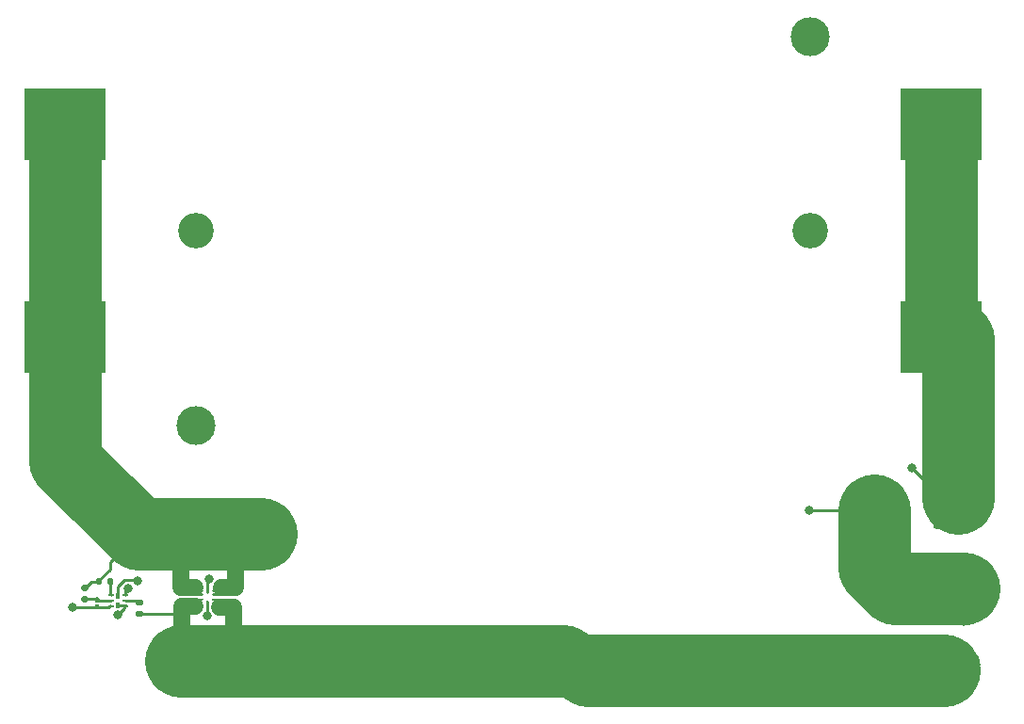
<source format=gtl>
G04 #@! TF.GenerationSoftware,KiCad,Pcbnew,(5.1.10)-1*
G04 #@! TF.CreationDate,2021-12-10T13:20:38-08:00*
G04 #@! TF.ProjectId,BQ298xyz,42513239-3878-4797-9a2e-6b696361645f,rev?*
G04 #@! TF.SameCoordinates,Original*
G04 #@! TF.FileFunction,Copper,L1,Top*
G04 #@! TF.FilePolarity,Positive*
%FSLAX46Y46*%
G04 Gerber Fmt 4.6, Leading zero omitted, Abs format (unit mm)*
G04 Created by KiCad (PCBNEW (5.1.10)-1) date 2021-12-10 13:20:38*
%MOMM*%
%LPD*%
G01*
G04 APERTURE LIST*
G04 #@! TA.AperFunction,SMDPad,CuDef*
%ADD10C,0.250000*%
G04 #@! TD*
G04 #@! TA.AperFunction,ComponentPad*
%ADD11C,3.000000*%
G04 #@! TD*
G04 #@! TA.AperFunction,SMDPad,CuDef*
%ADD12R,0.300000X0.600000*%
G04 #@! TD*
G04 #@! TA.AperFunction,SMDPad,CuDef*
%ADD13R,0.530000X0.250000*%
G04 #@! TD*
G04 #@! TA.AperFunction,WasherPad*
%ADD14C,3.500000*%
G04 #@! TD*
G04 #@! TA.AperFunction,WasherPad*
%ADD15C,3.200000*%
G04 #@! TD*
G04 #@! TA.AperFunction,SMDPad,CuDef*
%ADD16R,7.300000X6.400000*%
G04 #@! TD*
G04 #@! TA.AperFunction,ViaPad*
%ADD17C,0.800000*%
G04 #@! TD*
G04 #@! TA.AperFunction,ViaPad*
%ADD18C,2.000000*%
G04 #@! TD*
G04 #@! TA.AperFunction,Conductor*
%ADD19C,0.250000*%
G04 #@! TD*
G04 #@! TA.AperFunction,Conductor*
%ADD20C,6.500000*%
G04 #@! TD*
G04 #@! TA.AperFunction,Conductor*
%ADD21C,1.500000*%
G04 #@! TD*
G04 APERTURE END LIST*
G04 #@! TA.AperFunction,SMDPad,CuDef*
G36*
G01*
X123315000Y-119335000D02*
X123315000Y-119335000D01*
G75*
G02*
X123415000Y-119235000I100000J0D01*
G01*
X124535000Y-119235000D01*
G75*
G02*
X124635000Y-119335000I0J-100000D01*
G01*
X124635000Y-119335000D01*
G75*
G02*
X124535000Y-119435000I-100000J0D01*
G01*
X123415000Y-119435000D01*
G75*
G02*
X123315000Y-119335000I0J100000D01*
G01*
G37*
G04 #@! TD.AperFunction*
G04 #@! TA.AperFunction,SMDPad,CuDef*
G36*
G01*
X121245000Y-119335000D02*
X121245000Y-119335000D01*
G75*
G02*
X121345000Y-119235000I100000J0D01*
G01*
X122465000Y-119235000D01*
G75*
G02*
X122565000Y-119335000I0J-100000D01*
G01*
X122565000Y-119335000D01*
G75*
G02*
X122465000Y-119435000I-100000J0D01*
G01*
X121345000Y-119435000D01*
G75*
G02*
X121245000Y-119335000I0J100000D01*
G01*
G37*
G04 #@! TD.AperFunction*
G04 #@! TA.AperFunction,SMDPad,CuDef*
G36*
G01*
X123315000Y-120485000D02*
X123315000Y-120485000D01*
G75*
G02*
X123415000Y-120385000I100000J0D01*
G01*
X124535000Y-120385000D01*
G75*
G02*
X124635000Y-120485000I0J-100000D01*
G01*
X124635000Y-120485000D01*
G75*
G02*
X124535000Y-120585000I-100000J0D01*
G01*
X123415000Y-120585000D01*
G75*
G02*
X123315000Y-120485000I0J100000D01*
G01*
G37*
G04 #@! TD.AperFunction*
G04 #@! TA.AperFunction,SMDPad,CuDef*
G36*
G01*
X121245000Y-120485000D02*
X121245000Y-120485000D01*
G75*
G02*
X121345000Y-120385000I100000J0D01*
G01*
X122465000Y-120385000D01*
G75*
G02*
X122565000Y-120485000I0J-100000D01*
G01*
X122565000Y-120485000D01*
G75*
G02*
X122465000Y-120585000I-100000J0D01*
G01*
X121345000Y-120585000D01*
G75*
G02*
X121245000Y-120485000I0J100000D01*
G01*
G37*
G04 #@! TD.AperFunction*
D10*
X122940000Y-119510000D03*
X122940000Y-120310000D03*
G04 #@! TA.AperFunction,SMDPad,CuDef*
G36*
G01*
X123315000Y-120135000D02*
X123315000Y-120135000D01*
G75*
G02*
X123415000Y-120035000I100000J0D01*
G01*
X124535000Y-120035000D01*
G75*
G02*
X124635000Y-120135000I0J-100000D01*
G01*
X124635000Y-120135000D01*
G75*
G02*
X124535000Y-120235000I-100000J0D01*
G01*
X123415000Y-120235000D01*
G75*
G02*
X123315000Y-120135000I0J100000D01*
G01*
G37*
G04 #@! TD.AperFunction*
G04 #@! TA.AperFunction,SMDPad,CuDef*
G36*
G01*
X121245000Y-120135000D02*
X121245000Y-120135000D01*
G75*
G02*
X121345000Y-120035000I100000J0D01*
G01*
X122465000Y-120035000D01*
G75*
G02*
X122565000Y-120135000I0J-100000D01*
G01*
X122565000Y-120135000D01*
G75*
G02*
X122465000Y-120235000I-100000J0D01*
G01*
X121345000Y-120235000D01*
G75*
G02*
X121245000Y-120135000I0J100000D01*
G01*
G37*
G04 #@! TD.AperFunction*
G04 #@! TA.AperFunction,SMDPad,CuDef*
G36*
G01*
X123315000Y-119685000D02*
X123315000Y-119685000D01*
G75*
G02*
X123415000Y-119585000I100000J0D01*
G01*
X124535000Y-119585000D01*
G75*
G02*
X124635000Y-119685000I0J-100000D01*
G01*
X124635000Y-119685000D01*
G75*
G02*
X124535000Y-119785000I-100000J0D01*
G01*
X123415000Y-119785000D01*
G75*
G02*
X123315000Y-119685000I0J100000D01*
G01*
G37*
G04 #@! TD.AperFunction*
G04 #@! TA.AperFunction,SMDPad,CuDef*
G36*
G01*
X121245000Y-119685000D02*
X121245000Y-119685000D01*
G75*
G02*
X121345000Y-119585000I100000J0D01*
G01*
X122465000Y-119585000D01*
G75*
G02*
X122565000Y-119685000I0J-100000D01*
G01*
X122565000Y-119685000D01*
G75*
G02*
X122465000Y-119785000I-100000J0D01*
G01*
X121345000Y-119785000D01*
G75*
G02*
X121245000Y-119685000I0J100000D01*
G01*
G37*
G04 #@! TD.AperFunction*
D11*
X190900000Y-121000000D03*
X190900000Y-126000000D03*
G04 #@! TA.AperFunction,SMDPad,CuDef*
G36*
G01*
X183450000Y-110675000D02*
X183450000Y-113525000D01*
G75*
G02*
X183200000Y-113775000I-250000J0D01*
G01*
X182475000Y-113775000D01*
G75*
G02*
X182225000Y-113525000I0J250000D01*
G01*
X182225000Y-110675000D01*
G75*
G02*
X182475000Y-110425000I250000J0D01*
G01*
X183200000Y-110425000D01*
G75*
G02*
X183450000Y-110675000I0J-250000D01*
G01*
G37*
G04 #@! TD.AperFunction*
G04 #@! TA.AperFunction,SMDPad,CuDef*
G36*
G01*
X189375000Y-110675000D02*
X189375000Y-113525000D01*
G75*
G02*
X189125000Y-113775000I-250000J0D01*
G01*
X188400000Y-113775000D01*
G75*
G02*
X188150000Y-113525000I0J250000D01*
G01*
X188150000Y-110675000D01*
G75*
G02*
X188400000Y-110425000I250000J0D01*
G01*
X189125000Y-110425000D01*
G75*
G02*
X189375000Y-110675000I0J-250000D01*
G01*
G37*
G04 #@! TD.AperFunction*
D12*
X114872501Y-119820000D03*
D13*
X115510001Y-119745000D03*
X115510001Y-120245000D03*
X115510001Y-120745000D03*
D12*
X114872501Y-120670000D03*
D13*
X114235001Y-120745000D03*
X114235001Y-120245000D03*
X114235001Y-119745000D03*
D14*
X177074999Y-69484999D03*
D15*
X177074999Y-86984999D03*
D14*
X121874999Y-104484999D03*
D15*
X121874999Y-86984999D03*
D16*
X188824999Y-77434999D03*
X188824999Y-96534999D03*
X110124999Y-96534999D03*
X110124999Y-77434999D03*
G04 #@! TA.AperFunction,SMDPad,CuDef*
G36*
G01*
X116985000Y-120660000D02*
X116615000Y-120660000D01*
G75*
G02*
X116480000Y-120525000I0J135000D01*
G01*
X116480000Y-120255000D01*
G75*
G02*
X116615000Y-120120000I135000J0D01*
G01*
X116985000Y-120120000D01*
G75*
G02*
X117120000Y-120255000I0J-135000D01*
G01*
X117120000Y-120525000D01*
G75*
G02*
X116985000Y-120660000I-135000J0D01*
G01*
G37*
G04 #@! TD.AperFunction*
G04 #@! TA.AperFunction,SMDPad,CuDef*
G36*
G01*
X116985000Y-121680000D02*
X116615000Y-121680000D01*
G75*
G02*
X116480000Y-121545000I0J135000D01*
G01*
X116480000Y-121275000D01*
G75*
G02*
X116615000Y-121140000I135000J0D01*
G01*
X116985000Y-121140000D01*
G75*
G02*
X117120000Y-121275000I0J-135000D01*
G01*
X117120000Y-121545000D01*
G75*
G02*
X116985000Y-121680000I-135000J0D01*
G01*
G37*
G04 #@! TD.AperFunction*
G04 #@! TA.AperFunction,SMDPad,CuDef*
G36*
G01*
X113930000Y-118685000D02*
X113930000Y-118315000D01*
G75*
G02*
X114065000Y-118180000I135000J0D01*
G01*
X114335000Y-118180000D01*
G75*
G02*
X114470000Y-118315000I0J-135000D01*
G01*
X114470000Y-118685000D01*
G75*
G02*
X114335000Y-118820000I-135000J0D01*
G01*
X114065000Y-118820000D01*
G75*
G02*
X113930000Y-118685000I0J135000D01*
G01*
G37*
G04 #@! TD.AperFunction*
G04 #@! TA.AperFunction,SMDPad,CuDef*
G36*
G01*
X112910000Y-118685000D02*
X112910000Y-118315000D01*
G75*
G02*
X113045000Y-118180000I135000J0D01*
G01*
X113315000Y-118180000D01*
G75*
G02*
X113450000Y-118315000I0J-135000D01*
G01*
X113450000Y-118685000D01*
G75*
G02*
X113315000Y-118820000I-135000J0D01*
G01*
X113045000Y-118820000D01*
G75*
G02*
X112910000Y-118685000I0J135000D01*
G01*
G37*
G04 #@! TD.AperFunction*
G04 #@! TA.AperFunction,SMDPad,CuDef*
G36*
G01*
X111715000Y-119840000D02*
X112085000Y-119840000D01*
G75*
G02*
X112220000Y-119975000I0J-135000D01*
G01*
X112220000Y-120245000D01*
G75*
G02*
X112085000Y-120380000I-135000J0D01*
G01*
X111715000Y-120380000D01*
G75*
G02*
X111580000Y-120245000I0J135000D01*
G01*
X111580000Y-119975000D01*
G75*
G02*
X111715000Y-119840000I135000J0D01*
G01*
G37*
G04 #@! TD.AperFunction*
G04 #@! TA.AperFunction,SMDPad,CuDef*
G36*
G01*
X111715000Y-118820000D02*
X112085000Y-118820000D01*
G75*
G02*
X112220000Y-118955000I0J-135000D01*
G01*
X112220000Y-119225000D01*
G75*
G02*
X112085000Y-119360000I-135000J0D01*
G01*
X111715000Y-119360000D01*
G75*
G02*
X111580000Y-119225000I0J135000D01*
G01*
X111580000Y-118955000D01*
G75*
G02*
X111715000Y-118820000I135000J0D01*
G01*
G37*
G04 #@! TD.AperFunction*
G04 #@! TA.AperFunction,SMDPad,CuDef*
G36*
G01*
X112900000Y-120570000D02*
X113100000Y-120570000D01*
G75*
G02*
X113200000Y-120670000I0J-100000D01*
G01*
X113200000Y-120930000D01*
G75*
G02*
X113100000Y-121030000I-100000J0D01*
G01*
X112900000Y-121030000D01*
G75*
G02*
X112800000Y-120930000I0J100000D01*
G01*
X112800000Y-120670000D01*
G75*
G02*
X112900000Y-120570000I100000J0D01*
G01*
G37*
G04 #@! TD.AperFunction*
G04 #@! TA.AperFunction,SMDPad,CuDef*
G36*
G01*
X112900000Y-119930000D02*
X113100000Y-119930000D01*
G75*
G02*
X113200000Y-120030000I0J-100000D01*
G01*
X113200000Y-120290000D01*
G75*
G02*
X113100000Y-120390000I-100000J0D01*
G01*
X112900000Y-120390000D01*
G75*
G02*
X112800000Y-120290000I0J100000D01*
G01*
X112800000Y-120030000D01*
G75*
G02*
X112900000Y-119930000I100000J0D01*
G01*
G37*
G04 #@! TD.AperFunction*
D17*
X110800000Y-120800000D03*
X186200000Y-108300000D03*
D18*
X184075010Y-126524990D03*
X178300000Y-126300000D03*
X173000000Y-126300000D03*
D17*
X123044036Y-118285826D03*
X116650000Y-118420000D03*
X115799992Y-119100000D03*
X122901491Y-121560525D03*
D18*
X183000000Y-115800000D03*
D17*
X114900000Y-121500000D03*
X177000000Y-112100000D03*
D18*
X185200000Y-117900000D03*
X187300000Y-120500000D03*
D19*
X113000000Y-120800000D02*
X114100000Y-120800000D01*
X114100000Y-120800000D02*
X114200000Y-120700000D01*
X113000000Y-120800000D02*
X110800000Y-120800000D01*
D20*
X188824999Y-77434999D02*
X188824999Y-96124999D01*
D19*
X190100000Y-112200000D02*
X190400000Y-112200000D01*
X186200000Y-108300000D02*
X190100000Y-112200000D01*
D20*
X190400000Y-96659998D02*
X190400000Y-111000000D01*
D19*
X114235001Y-120245000D02*
X113145000Y-120245000D01*
X113145000Y-120245000D02*
X113000000Y-120100000D01*
X113000000Y-120100000D02*
X111800000Y-120100000D01*
D21*
X125450000Y-119060000D02*
X124150000Y-119060000D01*
X121810000Y-119020000D02*
X120510000Y-119020000D01*
D19*
X113180000Y-118500000D02*
X112500000Y-118500000D01*
X112500000Y-118500000D02*
X111900000Y-119100000D01*
X114200000Y-117400000D02*
X113200000Y-118400000D01*
D21*
X125450000Y-119060000D02*
X125450000Y-116970000D01*
X120510000Y-119020000D02*
X120510000Y-116750000D01*
D20*
X110124999Y-88705001D02*
X110124999Y-107694999D01*
X110124999Y-77434999D02*
X110124999Y-88705001D01*
X110124999Y-88705001D02*
X110124999Y-96024999D01*
X110124999Y-107694999D02*
X116690000Y-114260000D01*
X116690000Y-114260000D02*
X127730000Y-114260000D01*
D19*
X114200000Y-116750000D02*
X116690000Y-114260000D01*
X114200000Y-117400000D02*
X114200000Y-116750000D01*
X114200000Y-118500000D02*
X114200000Y-119600000D01*
X114200000Y-119600000D02*
X114300000Y-119700000D01*
X115510001Y-120245000D02*
X116745000Y-120245000D01*
X116745000Y-120245000D02*
X116800000Y-120300000D01*
D21*
X125310000Y-120790000D02*
X124010000Y-120790000D01*
D20*
X189100000Y-126524990D02*
X184075010Y-126524990D01*
D21*
X121800000Y-120780000D02*
X120650000Y-120780000D01*
X125310000Y-120790000D02*
X125310000Y-122830000D01*
X120650000Y-120780000D02*
X120650000Y-122970000D01*
D20*
X154940000Y-125660000D02*
X120580000Y-125660000D01*
D19*
X120020000Y-121410000D02*
X120650000Y-120780000D01*
X116800000Y-121410000D02*
X120020000Y-121410000D01*
D20*
X184075010Y-126524990D02*
X157124990Y-126524990D01*
D19*
X122940000Y-118389862D02*
X123044036Y-118285826D01*
X122940000Y-119510000D02*
X122940000Y-118389862D01*
X116604999Y-118374999D02*
X116650000Y-118420000D01*
X115451991Y-118374999D02*
X116604999Y-118374999D01*
X114872501Y-118954489D02*
X115451991Y-118374999D01*
X114872501Y-119820000D02*
X114872501Y-118954489D01*
X115510001Y-119745000D02*
X115510001Y-119389991D01*
X115510001Y-119389991D02*
X115799992Y-119100000D01*
X122901491Y-120348509D02*
X122901491Y-121560525D01*
X122940000Y-120310000D02*
X122901491Y-120348509D01*
X114959999Y-120670000D02*
X114985000Y-120695001D01*
X114872501Y-120670000D02*
X114959999Y-120670000D01*
X114985000Y-120695001D02*
X115600000Y-120695001D01*
X114959999Y-120670000D02*
X114989999Y-120700000D01*
X114989999Y-120700000D02*
X115500000Y-120700000D01*
X115500000Y-120900000D02*
X114900000Y-121500000D01*
X115500000Y-120700000D02*
X115500000Y-120900000D01*
X177000000Y-112100000D02*
X182600000Y-112100000D01*
D20*
X189000000Y-119100000D02*
X190900000Y-119100000D01*
X184675000Y-119100000D02*
X189000000Y-119100000D01*
X182837500Y-117262500D02*
X184675000Y-119100000D01*
X182837500Y-112100000D02*
X182837500Y-117262500D01*
M02*

</source>
